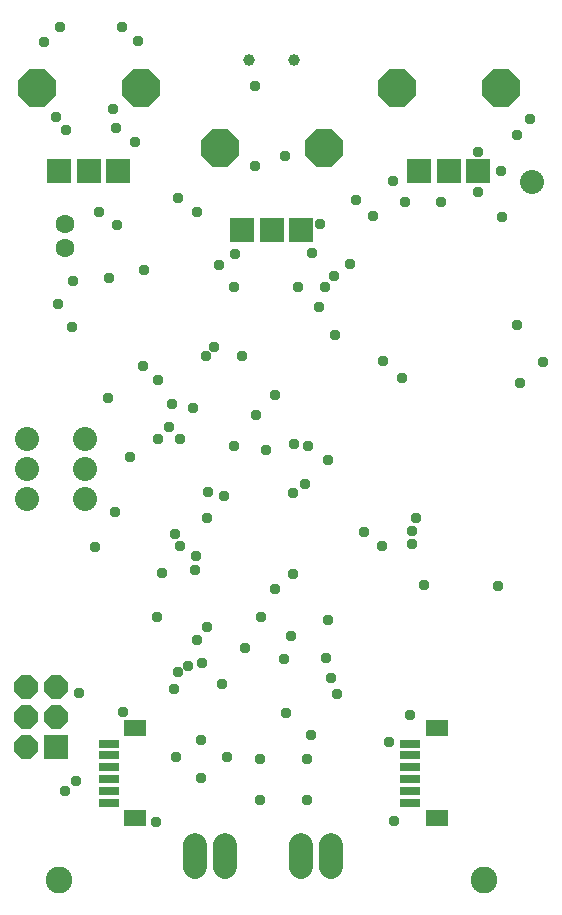
<source format=gbs>
G75*
%MOIN*%
%OFA0B0*%
%FSLAX24Y24*%
%IPPOS*%
%LPD*%
%AMOC8*
5,1,8,0,0,1.08239X$1,22.5*
%
%ADD10C,0.0891*%
%ADD11C,0.0800*%
%ADD12C,0.0630*%
%ADD13R,0.0800X0.0800*%
%ADD14OC8,0.1241*%
%ADD15C,0.0800*%
%ADD16C,0.0395*%
%ADD17R,0.0670X0.0296*%
%ADD18R,0.0769X0.0532*%
%ADD19OC8,0.0800*%
%ADD20C,0.0370*%
D10*
X002521Y001340D03*
X016694Y001340D03*
D11*
X003387Y014041D03*
X003387Y015041D03*
X003387Y016041D03*
X001458Y016041D03*
X001458Y015041D03*
X001458Y014041D03*
X018279Y024588D03*
D12*
X002718Y023191D03*
X002718Y022403D03*
D13*
X002521Y024962D03*
X003506Y024962D03*
X004490Y024962D03*
X008624Y022994D03*
X009608Y022994D03*
X010592Y022994D03*
X014529Y024962D03*
X015513Y024962D03*
X016498Y024962D03*
X002431Y005773D03*
D14*
X007876Y025750D03*
X005238Y027718D03*
X001773Y027718D03*
X011340Y025750D03*
X013781Y027718D03*
X017246Y027718D03*
D15*
X011576Y002498D02*
X011576Y001758D01*
X010576Y001758D02*
X010576Y002498D01*
X008049Y002498D02*
X008049Y001758D01*
X007049Y001758D02*
X007049Y002498D01*
D16*
X008860Y028673D03*
X010356Y028673D03*
D17*
X014226Y005883D03*
X014226Y005490D03*
X014226Y005096D03*
X014226Y004702D03*
X014226Y004309D03*
X014226Y003915D03*
X004187Y003915D03*
X004187Y004309D03*
X004187Y004702D03*
X004187Y005096D03*
X004187Y005490D03*
X004187Y005883D03*
D18*
X005063Y006395D03*
X005063Y003403D03*
X015102Y003403D03*
X015102Y006395D03*
D19*
X002431Y006773D03*
X002431Y007773D03*
X001431Y007773D03*
X001431Y006773D03*
X001431Y005773D03*
D20*
X002718Y004313D03*
X003072Y004647D03*
X004657Y006921D03*
X003191Y007561D03*
X005759Y003259D03*
X006409Y005425D03*
X007246Y006015D03*
X007246Y004736D03*
X008131Y005425D03*
X009214Y005376D03*
X009214Y003998D03*
X010789Y003998D03*
X010789Y005376D03*
X010927Y006183D03*
X010100Y006901D03*
X010002Y008712D03*
X010238Y009460D03*
X009254Y010100D03*
X009726Y011045D03*
X010307Y011537D03*
X011478Y010002D03*
X011419Y008742D03*
X011596Y008072D03*
X011793Y007521D03*
X013515Y005937D03*
X014224Y006842D03*
X013673Y003299D03*
X014677Y011183D03*
X014293Y012521D03*
X014293Y012954D03*
X014411Y013387D03*
X013269Y012452D03*
X012679Y012925D03*
X011498Y015326D03*
X010828Y015789D03*
X010356Y015868D03*
X009411Y015681D03*
X009096Y016822D03*
X009706Y017511D03*
X008624Y018811D03*
X007679Y019106D03*
X007403Y018791D03*
X006970Y017059D03*
X006537Y016025D03*
X006183Y016419D03*
X005828Y016025D03*
X006301Y017216D03*
X005828Y018004D03*
X005317Y018476D03*
X004135Y017413D03*
X004883Y015435D03*
X004372Y013594D03*
X003732Y012443D03*
X005946Y011576D03*
X006537Y012482D03*
X006380Y012876D03*
X007088Y012128D03*
X007049Y011655D03*
X007443Y013387D03*
X007482Y014254D03*
X008033Y014135D03*
X008348Y015799D03*
X010317Y014224D03*
X010710Y014539D03*
X013309Y018633D03*
X013939Y018082D03*
X011734Y019500D03*
X011183Y020444D03*
X011380Y021114D03*
X011675Y021468D03*
X012216Y021862D03*
X011232Y023191D03*
X010956Y022246D03*
X010474Y021114D03*
X012403Y023988D03*
X012994Y023476D03*
X013663Y024618D03*
X014057Y023948D03*
X015238Y023919D03*
X016498Y024273D03*
X017236Y024962D03*
X016498Y025602D03*
X017285Y023446D03*
X017797Y026163D03*
X018230Y026714D03*
X017777Y019844D03*
X018663Y018594D03*
X017876Y017885D03*
X017137Y011133D03*
X008702Y009057D03*
X007954Y007856D03*
X007285Y008584D03*
X006813Y008466D03*
X006498Y008269D03*
X006340Y007698D03*
X007128Y009332D03*
X007443Y009765D03*
X005789Y010090D03*
X002954Y019775D03*
X002482Y020523D03*
X002994Y021311D03*
X004175Y021389D03*
X005356Y021665D03*
X004450Y023161D03*
X003860Y023594D03*
X005041Y025927D03*
X004411Y026399D03*
X004332Y027049D03*
X005159Y029303D03*
X004608Y029775D03*
X002561Y029775D03*
X002009Y029263D03*
X002403Y026773D03*
X002757Y026320D03*
X006498Y024067D03*
X007128Y023594D03*
X008387Y022216D03*
X007836Y021822D03*
X008348Y021114D03*
X009057Y025120D03*
X010041Y025474D03*
X009057Y027817D03*
M02*

</source>
